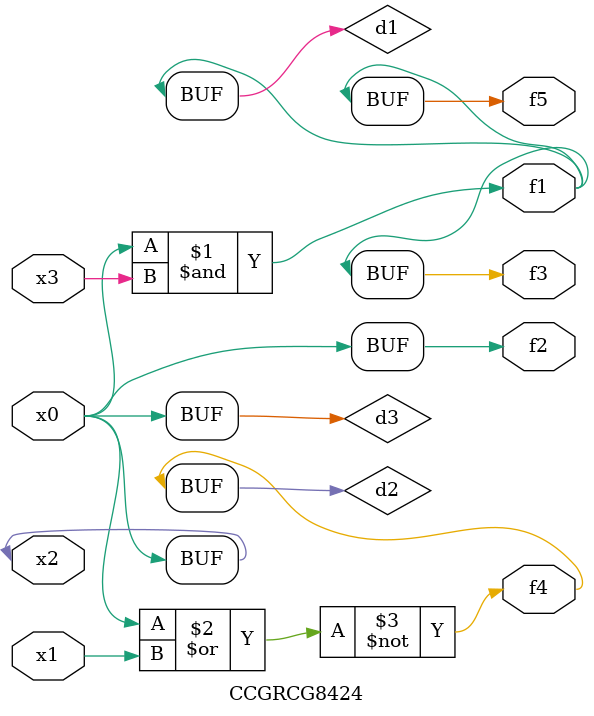
<source format=v>
module CCGRCG8424(
	input x0, x1, x2, x3,
	output f1, f2, f3, f4, f5
);

	wire d1, d2, d3;

	and (d1, x2, x3);
	nor (d2, x0, x1);
	buf (d3, x0, x2);
	assign f1 = d1;
	assign f2 = d3;
	assign f3 = d1;
	assign f4 = d2;
	assign f5 = d1;
endmodule

</source>
